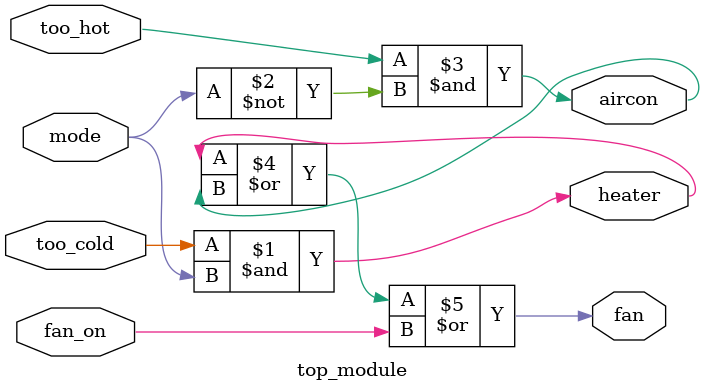
<source format=v>
/*
A heating/cooling thermostat controls both a heater (during winter) and an air conditioner (during summer). Implement a circuit that will turn on and off the heater, 
air conditioning, and blower fan as appropriate.

The thermostat can be in one of two modes: heating (mode = 1) and cooling (mode = 0). In heating mode, turn the heater on when it is too cold (too_cold = 1) but do not
 use the air conditioner. In cooling mode, turn the air conditioner on when it is too hot (too_hot = 1), but do not turn on the heater. When the heater or air 
 conditioner are on, also turn on the fan to circulate the air. In addition, the user can also request the fan to turn on (fan_on = 1), even if the heater and air 
 conditioner are off.

Try to use only assign statements, to see whether you can translate a problem description into a collection of logic gates.
*/

module top_module (
    input too_cold,
    input too_hot,
    input mode,
    input fan_on,
    output heater,
    output aircon,
    output fan
); 
    assign heater = too_cold&mode;
    assign aircon = too_hot&(~mode);
    assign fan = heater|aircon|fan_on;
endmodule
</source>
